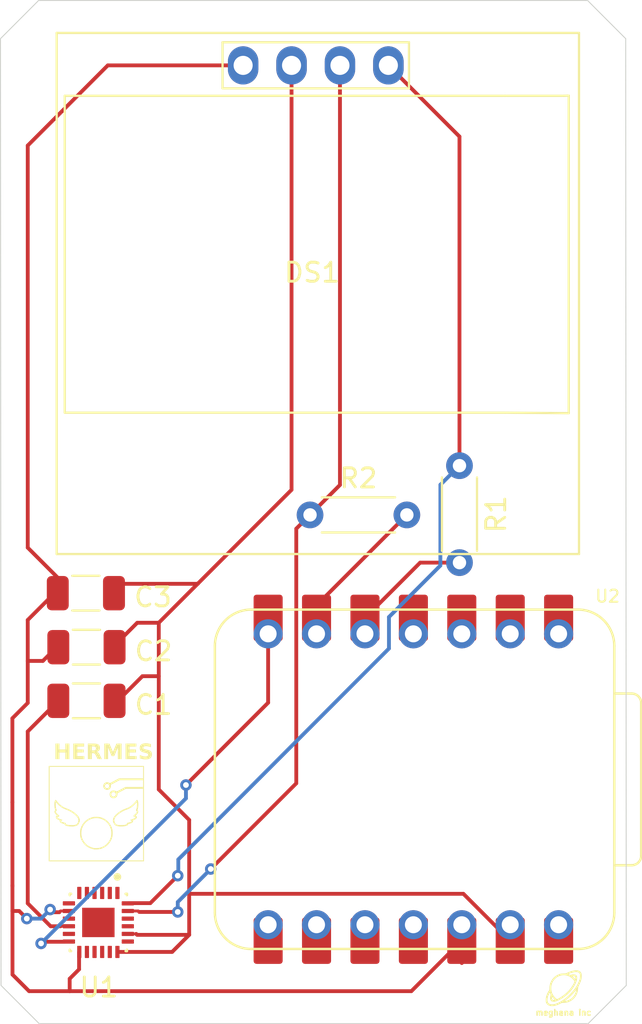
<source format=kicad_pcb>
(kicad_pcb (version 20241229) (generator "pcbnew") (generator_version "9.0")
  (layers (0 "F.Cu" signal) (2 "B.Cu" signal) (13 "F.Paste" user) (15 "B.Paste" user) (5 "F.SilkS" user "F.Silkscreen") (7 "B.SilkS" user "B.Silkscreen") (1 "F.Mask" user) (3 "B.Mask" user) (25 "Edge.Cuts" user))
  (net 0 "")
  (net 1 "Net-(U1-REGOUT)")
  (net 2 "GND")
  (net 3 "3V3")
  (net 4 "SDA")
  (net 5 "SCL")
  (net 13 "ACCELINT")
  (net 23 "Net-(U2-GPIO7{slash}SCL)")
  (net 24 "Net-(U2-GPIO6{slash}SDA)")
  (footprint "LOGO" (layer "F.Cu") (at 127.4 126)
    (property "Reference" "G***" (hide yes))
    (property "Value" "LOGO" (hide yes))
  )
  (footprint "Resistor_THT:R_Axial_DIN0204_L3.6mm_D1.6mm_P5.08mm_Horizontal" (layer "F.Cu") (at 121.65 98.37 -90)
    (property "Reference" "R1" (at 2.54 -1.92 90) (layer "F.SilkS"))
    (property "Value" "R")
    (pad "1" thru_hole circle (at 0 0 270) (size 1.4 1.4) (drill 0.7) (layers "*.Cu" "*.Mask") (net 4 "SDA"))
    (pad "2" thru_hole oval (at 5.08 0 270) (size 1.4 1.4) (drill 0.7) (layers "*.Cu" "*.Mask") (net 24 "Net-(U2-GPIO6{slash}SDA)"))
  )
  (footprint "Capacitor_SMD:C_1206_3216Metric" (layer "F.Cu") (at 102.08 110.69)
    (property "Reference" "C1" (at 3.52 0.21 0) (layer "F.SilkS"))
    (property "Value" "C")
    (pad "1" smd roundrect (at -1.475 0) (size 1.15 1.8) (layers "F.Cu" "F.Mask" "F.Paste") (roundrect_rratio 0.217391) (net 1 "Net-(U1-REGOUT)"))
    (pad "2" smd roundrect (at 1.475 0) (size 1.15 1.8) (layers "F.Cu" "F.Mask" "F.Paste") (roundrect_rratio 0.217391) (net 2 "GND"))
  )
  (footprint "footprints:QFN40P300X300X95-25N" (layer "F.Cu") (at 102.705 122.3 -90)
    (property "Reference" "U1" (at 3.4 -0.025 0) (layer "F.SilkS"))
    (property "Value" "MPU-6500" (hide yes))
    (pad "1" smd roundrect (at -1.545 -1 270) (size 0.64 0.22) (layers "F.Cu" "F.Mask" "F.Paste") (roundrect_rratio 0.125))
    (pad "2" smd roundrect (at -1.545 -0.6 270) (size 0.64 0.22) (layers "F.Cu" "F.Mask" "F.Paste") (roundrect_rratio 0.125))
    (pad "3" smd roundrect (at -1.545 -0.2 270) (size 0.64 0.22) (layers "F.Cu" "F.Mask" "F.Paste") (roundrect_rratio 0.125))
    (pad "4" smd roundrect (at -1.545 0.2 270) (size 0.64 0.22) (layers "F.Cu" "F.Mask" "F.Paste") (roundrect_rratio 0.125))
    (pad "5" smd roundrect (at -1.545 0.6 270) (size 0.64 0.22) (layers "F.Cu" "F.Mask" "F.Paste") (roundrect_rratio 0.125))
    (pad "6" smd roundrect (at -1.545 1 270) (size 0.64 0.22) (layers "F.Cu" "F.Mask" "F.Paste") (roundrect_rratio 0.125))
    (pad "7" smd roundrect (at -1 1.545 270) (size 0.22 0.64) (layers "F.Cu" "F.Mask" "F.Paste") (roundrect_rratio 0.125))
    (pad "8" smd roundrect (at -0.6 1.545 270) (size 0.22 0.64) (layers "F.Cu" "F.Mask" "F.Paste") (roundrect_rratio 0.125) (net 3 "3V3"))
    (pad "9" smd roundrect (at -0.2 1.545 270) (size 0.22 0.64) (layers "F.Cu" "F.Mask" "F.Paste") (roundrect_rratio 0.125))
    (pad "10" smd roundrect (at 0.2 1.545 270) (size 0.22 0.64) (layers "F.Cu" "F.Mask" "F.Paste") (roundrect_rratio 0.125) (net 1 "Net-(U1-REGOUT)"))
    (pad "11" smd roundrect (at 0.6 1.545 270) (size 0.22 0.64) (layers "F.Cu" "F.Mask" "F.Paste") (roundrect_rratio 0.125))
    (pad "12" smd roundrect (at 1 1.545 270) (size 0.22 0.64) (layers "F.Cu" "F.Mask" "F.Paste") (roundrect_rratio 0.125) (net 13 "ACCELINT"))
    (pad "13" smd roundrect (at 1.545 1 270) (size 0.64 0.22) (layers "F.Cu" "F.Mask" "F.Paste") (roundrect_rratio 0.125) (net 3 "3V3"))
    (pad "14" smd roundrect (at 1.545 0.6 270) (size 0.64 0.22) (layers "F.Cu" "F.Mask" "F.Paste") (roundrect_rratio 0.125))
    (pad "15" smd roundrect (at 1.545 0.2 270) (size 0.64 0.22) (layers "F.Cu" "F.Mask" "F.Paste") (roundrect_rratio 0.125))
    (pad "16" smd roundrect (at 1.545 -0.2 270) (size 0.64 0.22) (layers "F.Cu" "F.Mask" "F.Paste") (roundrect_rratio 0.125))
    (pad "17" smd roundrect (at 1.545 -0.6 270) (size 0.64 0.22) (layers "F.Cu" "F.Mask" "F.Paste") (roundrect_rratio 0.125))
    (pad "18" smd roundrect (at 1.545 -1 270) (size 0.64 0.22) (layers "F.Cu" "F.Mask" "F.Paste") (roundrect_rratio 0.125) (net 2 "GND"))
    (pad "19" smd roundrect (at 1 -1.545 270) (size 0.22 0.64) (layers "F.Cu" "F.Mask" "F.Paste") (roundrect_rratio 0.125))
    (pad "20" smd roundrect (at 0.6 -1.545 270) (size 0.22 0.64) (layers "F.Cu" "F.Mask" "F.Paste") (roundrect_rratio 0.125) (net 2 "GND"))
    (pad "21" smd roundrect (at 0.2 -1.545 270) (size 0.22 0.64) (layers "F.Cu" "F.Mask" "F.Paste") (roundrect_rratio 0.125))
    (pad "22" smd roundrect (at -0.2 -1.545 270) (size 0.22 0.64) (layers "F.Cu" "F.Mask" "F.Paste") (roundrect_rratio 0.125))
    (pad "23" smd roundrect (at -0.6 -1.545 270) (size 0.22 0.64) (layers "F.Cu" "F.Mask" "F.Paste") (roundrect_rratio 0.125) (net 5 "SCL"))
    (pad "24" smd roundrect (at -1 -1.545 270) (size 0.22 0.64) (layers "F.Cu" "F.Mask" "F.Paste") (roundrect_rratio 0.125) (net 4 "SDA"))
    (pad "25" smd rect (at 0 0 270) (size 1.54 1.7) (layers "F.Cu" "F.Mask"))
  )
  (footprint "Capacitor_SMD:C_1206_3216Metric" (layer "F.Cu") (at 102.05 105.05)
    (property "Reference" "C3" (at 3.52 0.21 0) (layer "F.SilkS"))
    (property "Value" "C")
    (pad "1" smd roundrect (at -1.475 0) (size 1.15 1.8) (layers "F.Cu" "F.Mask" "F.Paste") (roundrect_rratio 0.217391) (net 3 "3V3"))
    (pad "2" smd roundrect (at 1.475 0) (size 1.15 1.8) (layers "F.Cu" "F.Mask" "F.Paste") (roundrect_rratio 0.217391) (net 2 "GND"))
  )
  (footprint "footprints:128x64OLED" (layer "F.Cu") (at 113.92 88)
    (property "Reference" "DS1" (at 0 0.254 0) (layer "F.SilkS"))
    (property "Value" "OLED_128X64_1.3_I2C")
    (pad "1" thru_hole oval (at -3.62 -10.6 90) (size 2 1.6) (drill 1) (layers "*.Cu" "*.Mask") (net 3 "3V3"))
    (pad "2" thru_hole oval (at -1.08 -10.6 90) (size 2 1.6) (drill 1) (layers "*.Cu" "*.Mask") (net 2 "GND"))
    (pad "3" thru_hole oval (at 1.46 -10.6 90) (size 2 1.6) (drill 1) (layers "*.Cu" "*.Mask") (net 5 "SCL"))
    (pad "4" thru_hole oval (at 4 -10.6 90) (size 2 1.6) (drill 1) (layers "*.Cu" "*.Mask") (net 4 "SDA"))
  )
  (footprint "LOGO" (layer "F.Cu") (at 102.6 116.6)
    (property "Reference" "G***" (hide yes))
    (property "Value" "LOGO" (hide yes))
  )
  (footprint "Resistor_THT:R_Axial_DIN0204_L3.6mm_D1.6mm_P5.08mm_Horizontal" (layer "F.Cu") (at 113.81 100.95)
    (property "Reference" "R2" (at 2.54 -1.92 0) (layer "F.SilkS"))
    (property "Value" "R")
    (pad "1" thru_hole circle (at 0 0) (size 1.4 1.4) (drill 0.7) (layers "*.Cu" "*.Mask") (net 5 "SCL"))
    (pad "2" thru_hole oval (at 5.08 0) (size 1.4 1.4) (drill 0.7) (layers "*.Cu" "*.Mask") (net 23 "Net-(U2-GPIO7{slash}SCL)"))
  )
  (footprint "footprints:XIAO-RP2040-DIP" (layer "F.Cu") (at 119.2315 114.8 -90)
    (property "Reference" "U2" (at -9.59 -10.1885 0) (layer "F.SilkS") (effects (font (size 0.635 0.635) (thickness 0.1016))))
    (property "Value" "XIAO-RP2040-DIP")
    (pad "1" smd roundrect (at -8.455 -7.62 90) (size 2.432 1.524) (layers "F.Cu" "F.Mask") (roundrect_rratio 0.1))
    (pad "1" thru_hole circle (at -7.62 -7.62 90) (size 1.524 1.524) (drill 0.889) (layers "*.Cu" "*.Mask"))
    (pad "2" smd roundrect (at -8.455 -5.08 90) (size 2.432 1.524) (layers "F.Cu" "F.Mask") (roundrect_rratio 0.1))
    (pad "2" thru_hole circle (at -7.62 -5.08 90) (size 1.524 1.524) (drill 0.889) (layers "*.Cu" "*.Mask"))
    (pad "3" smd roundrect (at -8.455 -2.54 90) (size 2.432 1.524) (layers "F.Cu" "F.Mask") (roundrect_rratio 0.1))
    (pad "3" thru_hole circle (at -7.62 -2.54 90) (size 1.524 1.524) (drill 0.889) (layers "*.Cu" "*.Mask"))
    (pad "4" smd roundrect (at -8.455 0 90) (size 2.432 1.524) (layers "F.Cu" "F.Mask") (roundrect_rratio 0.1))
    (pad "4" thru_hole circle (at -7.62 0 90) (size 1.524 1.524) (drill 0.889) (layers "*.Cu" "*.Mask"))
    (pad "5" smd roundrect (at -8.455 2.54 90) (size 2.432 1.524) (layers "F.Cu" "F.Mask") (roundrect_rratio 0.1) (net 24 "Net-(U2-GPIO6{slash}SDA)"))
    (pad "5" thru_hole circle (at -7.62 2.54 90) (size 1.524 1.524) (drill 0.889) (layers "*.Cu" "*.Mask") (net 24 "Net-(U2-GPIO6{slash}SDA)"))
    (pad "6" smd roundrect (at -8.455 5.08 90) (size 2.432 1.524) (layers "F.Cu" "F.Mask") (roundrect_rratio 0.1) (net 23 "Net-(U2-GPIO7{slash}SCL)"))
    (pad "6" thru_hole circle (at -7.62 5.08 90) (size 1.524 1.524) (drill 0.889) (layers "*.Cu" "*.Mask") (net 23 "Net-(U2-GPIO7{slash}SCL)"))
    (pad "7" smd roundrect (at -8.455 7.62 90) (size 2.432 1.524) (layers "F.Cu" "F.Mask") (roundrect_rratio 0.1) (net 13 "ACCELINT"))
    (pad "7" thru_hole circle (at -7.62 7.62 90) (size 1.524 1.524) (drill 0.889) (layers "*.Cu" "*.Mask") (net 13 "ACCELINT"))
    (pad "8" thru_hole circle (at 7.62 7.62 270) (size 1.524 1.524) (drill 0.889) (layers "*.Cu" "*.Mask"))
    (pad "8" smd roundrect (at 8.455 7.62 270) (size 2.432 1.524) (layers "F.Cu" "F.Mask") (roundrect_rratio 0.1))
    (pad "9" thru_hole circle (at 7.62 5.08 270) (size 1.524 1.524) (drill 0.889) (layers "*.Cu" "*.Mask"))
    (pad "9" smd roundrect (at 8.455 5.08 270) (size 2.432 1.524) (layers "F.Cu" "F.Mask") (roundrect_rratio 0.1))
    (pad "10" thru_hole circle (at 7.62 2.54 270) (size 1.524 1.524) (drill 0.889) (layers "*.Cu" "*.Mask"))
    (pad "10" smd roundrect (at 8.455 2.54 270) (size 2.432 1.524) (layers "F.Cu" "F.Mask") (roundrect_rratio 0.1))
    (pad "11" thru_hole circle (at 7.62 0 270) (size 1.524 1.524) (drill 0.889) (layers "*.Cu" "*.Mask"))
    (pad "11" smd roundrect (at 8.455 0 270) (size 2.432 1.524) (layers "F.Cu" "F.Mask") (roundrect_rratio 0.1))
    (pad "12" thru_hole circle (at 7.62 -2.54 270) (size 1.524 1.524) (drill 0.889) (layers "*.Cu" "*.Mask") (net 3 "3V3"))
    (pad "12" smd roundrect (at 8.455 -2.54 270) (size 2.432 1.524) (layers "F.Cu" "F.Mask") (roundrect_rratio 0.1) (net 3 "3V3"))
    (pad "13" thru_hole circle (at 7.62 -5.08 270) (size 1.524 1.524) (drill 0.889) (layers "*.Cu" "*.Mask") (net 2 "GND"))
    (pad "13" smd roundrect (at 8.455 -5.08 270) (size 2.432 1.524) (layers "F.Cu" "F.Mask") (roundrect_rratio 0.1) (net 2 "GND"))
    (pad "14" thru_hole circle (at 7.62 -7.62 270) (size 1.524 1.524) (drill 0.889) (layers "*.Cu" "*.Mask"))
    (pad "14" smd roundrect (at 8.455 -7.62 270) (size 2.432 1.524) (layers "F.Cu" "F.Mask") (roundrect_rratio 0.1))
  )
  (footprint "Capacitor_SMD:C_1206_3216Metric" (layer "F.Cu") (at 102.08 107.88)
    (property "Reference" "C2" (at 3.52 0.21 0) (layer "F.SilkS"))
    (property "Value" "C")
    (pad "1" smd roundrect (at -1.475 0) (size 1.15 1.8) (layers "F.Cu" "F.Mask" "F.Paste") (roundrect_rratio 0.217391) (net 3 "3V3"))
    (pad "2" smd roundrect (at 1.475 0) (size 1.15 1.8) (layers "F.Cu" "F.Mask" "F.Paste") (roundrect_rratio 0.217391) (net 2 "GND"))
  )
  (gr_line (start 99.57 74) (end 97.57 76) (stroke (width 0.05)) (layer "Edge.Cuts"))
  (gr_line (start 130.37 76) (end 128.37 74) (stroke (width 0.05)) (layer "Edge.Cuts"))
  (gr_line (start 99.6 127.6) (end 128.4 127.6) (stroke (width 0.05)) (layer "Edge.Cuts"))
  (gr_line (start 97.6 125.6) (end 99.6 127.6) (stroke (width 0.05)) (layer "Edge.Cuts"))
  (gr_line (start 130.4 125.6) (end 128.4 127.6) (stroke (width 0.05)) (layer "Edge.Cuts"))
  (gr_line (start 97.6 125.6) (end 97.57 76) (stroke (width 0.05)) (layer "Edge.Cuts"))
  (gr_line (start 130.4 125.6) (end 130.37 76) (stroke (width 0.05)) (layer "Edge.Cuts"))
  (gr_line (start 128.37 74) (end 99.57 74) (stroke (width 0.05)) (layer "Edge.Cuts"))
  (gr_text "HERMES" (at 100.35 113.88 0) (layer "F.SilkS") (effects (font (size 0.8 0.8) (thickness 0.2) (bold yes)) (justify left bottom)))
  (gr_text "meghana inc\n" (at 125.6 127.2 0) (layer "F.SilkS") (effects (font (size 0.3 0.3) (thickness 0.075) (bold yes)) (justify left bottom)))
  (segment (start 99 112.295) (end 99 121.3) (width 0.2) (layer "F.Cu") (net 1))
  (segment (start 101.005 110.2) (end 101 110.2) (width 0.2) (layer "F.Cu") (net 1))
  (segment (start 101.16 122.5) (end 100.6 122.5) (width 0.15) (layer "F.Cu") (net 1))
  (segment (start 100.605 110.69) (end 99 112.295) (width 0.2) (layer "F.Cu") (net 1))
  (segment (start 99 121.3) (end 100.2 122.5) (width 0.2) (layer "F.Cu") (net 1))
  (segment (start 100.2 122.5) (end 100.6 122.5) (width 0.2) (layer "F.Cu") (net 1))
  (segment (start 101 110.2) (end 100.2 111) (width 0.2) (layer "F.Cu") (net 1))
  (segment (start 100.6 122.5) (end 100.719666 122.5) (width 0.2) (layer "F.Cu") (net 1))
  (segment (start 104.25 122.9) (end 104.690334 122.9) (width 0.15) (layer "F.Cu") (net 2))
  (segment (start 107.47 122.95) (end 107.47 120.8) (width 0.2) (layer "F.Cu") (net 2))
  (segment (start 104.740334 122.95) (end 104.690334 122.9) (width 0.2) (layer "F.Cu") (net 2))
  (segment (start 103.716 123.856) (end 103.716 123.845) (width 0.2) (layer "F.Cu") (net 2))
  (segment (start 105.875 115.335) (end 105.875 109.4) (width 0.2) (layer "F.Cu") (net 2))
  (segment (start 107.47 122.95) (end 104.740334 122.95) (width 0.2) (layer "F.Cu") (net 2))
  (segment (start 106.575 123.845) (end 103.716 123.845) (width 0.2) (layer "F.Cu") (net 2))
  (segment (start 105.015 109.4) (end 105.875 109.4) (width 0.2) (layer "F.Cu") (net 2))
  (segment (start 124.3115 123.255) (end 121.8565 120.8) (width 0.2) (layer "F.Cu") (net 2))
  (segment (start 103.955 107.39) (end 104.745 106.6) (width 0.2) (layer "F.Cu") (net 2))
  (segment (start 103.845 104.56) (end 107.915 104.56) (width 0.2) (layer "F.Cu") (net 2))
  (segment (start 107.47 120.8) (end 107.47 116.93) (width 0.2) (layer "F.Cu") (net 2))
  (segment (start 112.84 77.4) (end 112.84 99.635) (width 0.2) (layer "F.Cu") (net 2))
  (segment (start 107.47 116.93) (end 105.875 115.335) (width 0.2) (layer "F.Cu") (net 2))
  (segment (start 104.745 106.6) (end 105.875 106.6) (width 0.2) (layer "F.Cu") (net 2))
  (segment (start 112.84 99.635) (end 107.9375 104.5375) (width 0.2) (layer "F.Cu") (net 2))
  (segment (start 107.9375 104.5375) (end 105.875 106.6) (width 0.2) (layer "F.Cu") (net 2))
  (segment (start 103.955 110.46) (end 105.015 109.4) (width 0.2) (layer "F.Cu") (net 2))
  (segment (start 105.875 109.4) (end 105.875 106.6) (width 0.2) (layer "F.Cu") (net 2))
  (segment (start 107.915 104.56) (end 107.9375 104.5375) (width 0.2) (layer "F.Cu") (net 2))
  (segment (start 107.47 122.95) (end 106.575 123.845) (width 0.2) (layer "F.Cu") (net 2))
  (segment (start 121.8565 120.8) (end 107.47 120.8) (width 0.2) (layer "F.Cu") (net 2))
  (segment (start 103.2 77.4) (end 110.3 77.4) (width 0.2) (layer "F.Cu") (net 3))
  (segment (start 100.895 104.56) (end 99 106.455) (width 0.2) (layer "F.Cu") (net 3))
  (segment (start 98.197855 120.4) (end 98.198641 121.7) (width 0.2) (layer "F.Cu") (net 3))
  (segment (start 99 102.665) (end 99 81.6) (width 0.2) (layer "F.Cu") (net 3))
  (segment (start 98.198641 121.7) (end 98.200656 125.030656) (width 0.2) (layer "F.Cu") (net 3))
  (segment (start 101.005 107.39) (end 99.795 108.6) (width 0.2) (layer "F.Cu") (net 3))
  (segment (start 99 106.455) (end 99 108.6) (width 0.2) (layer "F.Cu") (net 3))
  (segment (start 98.55147 121.7) (end 98.950735 122.099265) (width 0.2) (layer "F.Cu") (net 3))
  (segment (start 100.895 104.56) (end 99 102.665) (width 0.2) (layer "F.Cu") (net 3))
  (segment (start 99.795 108.6) (end 99 108.6) (width 0.2) (layer "F.Cu") (net 3))
  (segment (start 100.174265 121.625735) (end 100.313697 121.765167) (width 0.2) (layer "F.Cu") (net 3))
  (segment (start 98.198641 121.7) (end 98.55147 121.7) (width 0.2) (layer "F.Cu") (net 3))
  (segment (start 99 81.6) (end 103.2 77.4) (width 0.2) (layer "F.Cu") (net 3))
  (segment (start 119.1265 125.9) (end 101.2 125.9) (width 0.2) (layer "F.Cu") (net 3))
  (segment (start 98.200656 125.030656) (end 99.07 125.9) (width 0.2) (layer "F.Cu") (net 3))
  (segment (start 101.16 121.7) (end 100.719666 121.7) (width 0.15) (layer "F.Cu") (net 3))
  (segment (start 100.313697 121.765167) (end 100.654499 121.765167) (width 0.2) (layer "F.Cu") (net 3))
  (segment (start 121.7715 123.255) (end 119.1265 125.9) (width 0.2) (layer "F.Cu") (net 3))
  (segment (start 101.2 125.25) (end 101.694 124.756) (width 0.2) (layer "F.Cu") (net 3))
  (segment (start 101.694 124.756) (end 101.694 123.845) (width 0.2) (layer "F.Cu") (net 3))
  (segment (start 99 110.8) (end 98.195197 111.604803) (width 0.2) (layer "F.Cu") (net 3))
  (segment (start 121.7715 122.42) (end 121.7715 124.4285) (width 0.2) (layer "F.Cu") (net 3))
  (segment (start 101.2 125.9) (end 101.2 125.25) (width 0.2) (layer "F.Cu") (net 3))
  (segment (start 99.07 125.9) (end 101.2 125.9) (width 0.2) (layer "F.Cu") (net 3))
  (segment (start 98.197825 120.35) (end 98.197855 120.4) (width 0.2) (layer "F.Cu") (net 3))
  (segment (start 100.719666 121.7) (end 100.654499 121.765167) (width 0.15) (layer "F.Cu") (net 3))
  (segment (start 100.654499 121.765167) (end 100.659833 121.759833) (width 0.2) (layer "F.Cu") (net 3))
  (segment (start 99 108.6) (end 99 110.8) (width 0.2) (layer "F.Cu") (net 3))
  (segment (start 98.195197 111.604803) (end 98.195197 116.004803) (width 0.2) (layer "F.Cu") (net 3))
  (segment (start 98.195197 116.004803) (end 98.197825 120.35) (width 0.2) (layer "F.Cu") (net 3))
  (via (at 98.950735 122.099265) (size 0.6) (drill 0.3) (layers "F.Cu" "B.Cu") (net 3))
  (via (at 100.174265 121.625735) (size 0.6) (drill 0.3) (layers "F.Cu" "B.Cu") (net 3))
  (segment (start 98.950735 122.099265) (end 99.700735 122.099265) (width 0.2) (layer "B.Cu") (net 3))
  (segment (start 99.700735 122.099265) (end 100.174265 121.625735) (width 0.2) (layer "B.Cu") (net 3))
  (segment (start 121.65 98.37) (end 121.65 81.13) (width 0.2) (layer "F.Cu") (net 4))
  (segment (start 106.87 119.85) (end 105.431 121.289) (width 0.2) (layer "F.Cu") (net 4))
  (segment (start 121.65 81.13) (end 117.92 77.4) (width 0.2) (layer "F.Cu") (net 4))
  (segment (start 105.431 121.289) (end 104.25 121.289) (width 0.2) (layer "F.Cu") (net 4))
  (via (at 106.87 119.85) (size 0.6) (drill 0.3) (layers "F.Cu" "B.Cu") (net 4))
  (segment (start 117.95 107.95) (end 106.9 119) (width 0.2) (layer "B.Cu") (net 4))
  (segment (start 106.9 119.82) (end 106.87 119.85) (width 0.2) (layer "B.Cu") (net 4))
  (segment (start 120.649 103.601) (end 117.95 106.3) (width 0.2) (layer "B.Cu") (net 4))
  (segment (start 120.649 99.371) (end 120.649 103.601) (width 0.2) (layer "B.Cu") (net 4))
  (segment (start 117.95 106.3) (end 117.95 107.95) (width 0.2) (layer "B.Cu") (net 4))
  (segment (start 121.65 98.37) (end 120.649 99.371) (width 0.2) (layer "B.Cu") (net 4))
  (segment (start 106.9 119) (end 106.9 119.82) (width 0.2) (layer "B.Cu") (net 4))
  (segment (start 104.8 121.7) (end 104.85 121.75) (width 0.15) (layer "F.Cu") (net 5))
  (segment (start 115.38 77.4) (end 115.38 99.38) (width 0.2) (layer "F.Cu") (net 5))
  (segment (start 106.87 121.75) (end 104.85 121.75) (width 0.2) (layer "F.Cu") (net 5))
  (segment (start 104.25 121.7) (end 104.8 121.7) (width 0.15) (layer "F.Cu") (net 5))
  (segment (start 113.0885 115.0115) (end 108.6 119.5) (width 0.2) (layer "F.Cu") (net 5))
  (segment (start 113.0885 101.6715) (end 113.0885 115.0115) (width 0.2) (layer "F.Cu") (net 5))
  (segment (start 113.81 100.95) (end 113.0885 101.6715) (width 0.2) (layer "F.Cu") (net 5))
  (segment (start 115.38 99.38) (end 113.81 100.95) (width 0.2) (layer "F.Cu") (net 5))
  (via (at 106.87 121.75) (size 0.6) (drill 0.3) (layers "F.Cu" "B.Cu") (net 5))
  (via (at 108.6 119.5) (size 0.6) (drill 0.3) (layers "F.Cu" "B.Cu") (net 5))
  (segment (start 108.6 119.5) (end 106.87 121.23) (width 0.2) (layer "B.Cu") (net 5))
  (segment (start 106.87 121.23) (end 106.87 121.75) (width 0.2) (layer "B.Cu") (net 5))
  (segment (start 99.789 123.311) (end 100.964 123.311) (width 0.2) (layer "F.Cu") (net 13))
  (segment (start 111.6115 110.7885) (end 107.3 115.1) (width 0.2) (layer "F.Cu") (net 13))
  (segment (start 99.7 123.4) (end 99.789 123.311) (width 0.2) (layer "F.Cu") (net 13))
  (segment (start 111.6115 107.18) (end 111.6115 110.7885) (width 0.2) (layer "F.Cu") (net 13))
  (via (at 99.7 123.4) (size 0.6) (drill 0.3) (layers "F.Cu" "B.Cu") (net 13))
  (via (at 107.3 115.1) (size 0.6) (drill 0.3) (layers "F.Cu" "B.Cu") (net 13))
  (segment (start 107.3 115.8) (end 99.7 123.4) (width 0.2) (layer "B.Cu") (net 13))
  (segment (start 107.3 115.1) (end 107.3 115.8) (width 0.2) (layer "B.Cu") (net 13))
  (segment (start 114.1515 105.6885) (end 114.1515 106.345) (width 0.2) (layer "F.Cu") (net 23))
  (segment (start 118.89 100.95) (end 114.1515 105.6885) (width 0.2) (layer "F.Cu") (net 23))
  (segment (start 121.65 103.45) (end 119.5865 103.45) (width 0.2) (layer "F.Cu") (net 24))
  (segment (start 119.5865 103.45) (end 116.6915 106.345) (width 0.2) (layer "F.Cu") (net 24))
)
</source>
